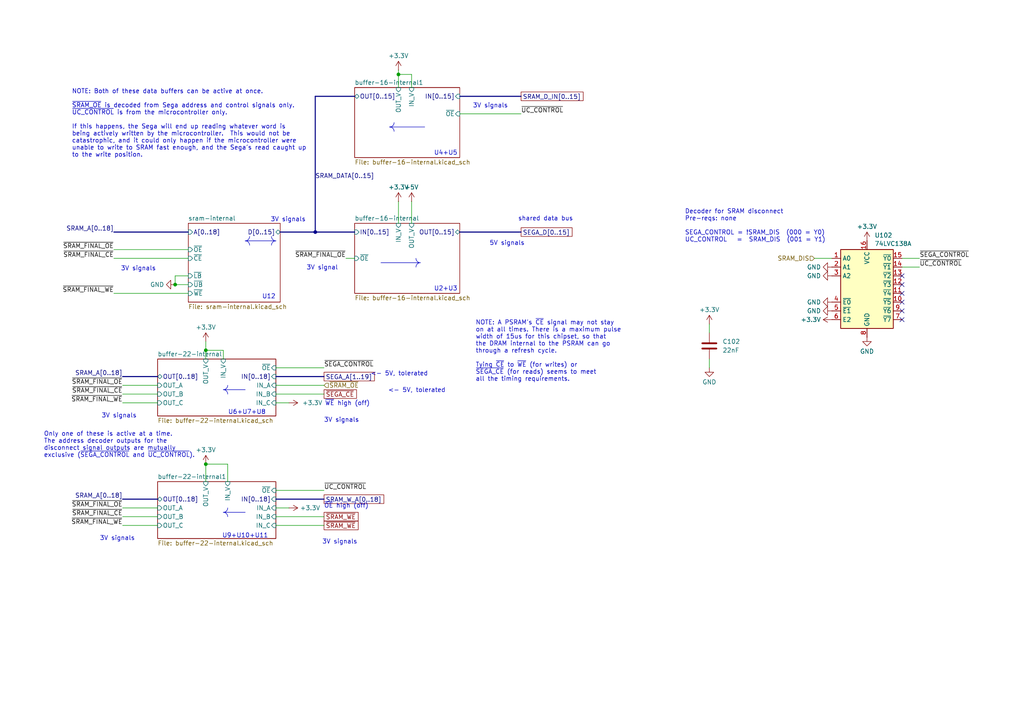
<source format=kicad_sch>
(kicad_sch (version 20250114) (generator "eeschema") (generator_version "9.0")
  (paper "A4")
  (title_block (title "Kinetoscope SRAM Bank Internal"))
  (lib_symbols
    (symbol "74xx:74HC138"
      (property "Reference" "U" (at -7.62 13.97 0))
      (property "Value" "74HC138" (at 2.54 -11.43 0))
      (symbol "74HC138_0_1"
        (rectangle (start -7.62 12.7) (end 7.62 -10.16) (stroke (width 0.254)) (fill (type background)))
      )
      (symbol "74HC138_1_1"
        (pin input line (at -10.16 10.16 0) (length 2.54) (name "A0") (number "1"))
        (pin input line (at -10.16 7.62 0) (length 2.54) (name "A1") (number "2"))
        (pin input line (at -10.16 5.08 0) (length 2.54) (name "A2") (number "3"))
        (pin input line (at -10.16 -2.54 0) (length 2.54) (name "~{E0}") (number "4"))
        (pin input line (at -10.16 -5.08 0) (length 2.54) (name "~{E1}") (number "5"))
        (pin input line (at -10.16 -7.62 0) (length 2.54) (name "E2") (number "6"))
        (pin power_in line (at 0 15.24 270) (length 2.54) (name "VCC") (number "16"))
        (pin power_in line (at 0 -12.7 90) (length 2.54) (name "GND") (number "8"))
        (pin output line (at 10.16 10.16 180) (length 2.54) (name "~{Y0}") (number "15"))
        (pin output line (at 10.16 7.62 180) (length 2.54) (name "~{Y1}") (number "14"))
        (pin output line (at 10.16 5.08 180) (length 2.54) (name "~{Y2}") (number "13"))
        (pin output line (at 10.16 2.54 180) (length 2.54) (name "~{Y3}") (number "12"))
        (pin output line (at 10.16 0 180) (length 2.54) (name "~{Y4}") (number "11"))
        (pin output line (at 10.16 -2.54 180) (length 2.54) (name "~{Y5}") (number "10"))
        (pin output line (at 10.16 -5.08 180) (length 2.54) (name "~{Y6}") (number "9"))
        (pin output line (at 10.16 -7.62 180) (length 2.54) (name "~{Y7}") (number "7"))
      )
    )
    (symbol "Device:C" (pin_numbers (hide yes)) (pin_names (offset 0.254))
      (property "Reference" "C" (at 0.635 2.54 0))
      (property "Value" "C" (at 0.635 -2.54 0))
      (symbol "C_0_1"
        (polyline (pts (xy -2.032 0.762) (xy 2.032 0.762)) (stroke (width 0.508)))
        (polyline (pts (xy -2.032 -0.762) (xy 2.032 -0.762)) (stroke (width 0.508)))
      )
      (symbol "C_1_1"
        (pin passive line (at 0 3.81 270) (length 2.794) (name "~") (number "1"))
        (pin passive line (at 0 -3.81 90) (length 2.794) (name "~") (number "2"))
      )
    )
    (symbol "power:+3.3V" (power) (pin_numbers (hide yes)) (pin_names (offset 0) (hide yes))
      (property "Value" "+3.3V" (at 0 3.556 0))
      (symbol "+3.3V_0_1"
        (polyline (pts (xy -0.762 1.27) (xy 0 2.54)))
        (polyline (pts (xy 0 2.54) (xy 0.762 1.27)))
        (polyline (pts (xy 0 0) (xy 0 2.54)))
      )
      (symbol "+3.3V_1_1"
        (pin power_in line (at 0 0 90) (length 0) (name "~") (number "1"))
      )
    )
    (symbol "power:+5V" (power) (pin_numbers (hide yes)) (pin_names (offset 0) (hide yes))
      (property "Value" "+5V" (at 0 3.556 0))
      (symbol "+5V_0_1"
        (polyline (pts (xy -0.762 1.27) (xy 0 2.54)))
        (polyline (pts (xy 0 2.54) (xy 0.762 1.27)))
        (polyline (pts (xy 0 0) (xy 0 2.54)))
      )
      (symbol "+5V_1_1"
        (pin power_in line (at 0 0 90) (length 0) (name "~") (number "1"))
      )
    )
    (symbol "power:GND" (power) (pin_numbers (hide yes)) (pin_names (offset 0) (hide yes))
      (property "Value" "GND" (at 0 -3.81 0))
      (symbol "GND_0_1"
        (polyline (pts (xy 0 0) (xy 0 -1.27) (xy 1.27 -1.27) (xy 0 -2.54) (xy -1.27 -1.27) (xy 0 -1.27)))
      )
      (symbol "GND_1_1"
        (pin power_in line (at 0 0 270) (length 0) (name "~") (number "1"))
      )
    )
  )
  (arc (start 121.92 76.2) (mid 121.022 75.828) (end 120.65 74.93))
  (arc (start 120.65 77.47) (mid 121.022 76.572) (end 121.92 76.2))
  (arc (start 78.74 71.12) (mid 79.112 70.222) (end 80.01 69.85))
  (arc (start 72.39 68.58) (mid 72.018 69.478) (end 71.12 69.85))
  (arc (start 113.03 36.83) (mid 113.928 37.202) (end 114.3 38.1))
  (arc (start 66.04 111.76) (mid 65.668 112.658) (end 64.77 113.03))
  (arc (start 114.3 35.56) (mid 113.928 36.458) (end 113.03 36.83))
  (arc (start 80.01 69.85) (mid 79.112 69.478) (end 78.74 68.58))
  (arc (start 66.04 147.32) (mid 65.668 148.218) (end 64.77 148.59))
  (arc (start 64.77 148.59) (mid 65.668 148.962) (end 66.04 149.86))
  (arc (start 64.77 113.03) (mid 65.668 113.402) (end 66.04 114.3))
  (arc (start 71.12 69.85) (mid 72.018 70.222) (end 72.39 71.12))
  (text "5V signals" (at 147.066 70.612 0) (effects (font (size 1.27 1.27))))
  (text "U6+U7+U8" (at 71.628 119.634 0) (effects (font (size 1.27 1.27))))
  (text "3V signals" (at 34.544 120.65 0) (effects (font (size 1.27 1.27))))
  (text "U9+U10+U11" (at 71.12 155.448 0) (effects (font (size 1.27 1.27))))
  (text "<- 5V, tolerated" (at 115.824 108.458 0) (effects (font (size 1.27 1.27))))
  (text "U4+U5" (at 129.286 44.45 0) (effects (font (size 1.27 1.27))))
  (text "<- 5V, tolerated" (at 120.904 113.284 0) (effects (font (size 1.27 1.27))))
  (text "3V signals" (at 40.132 77.978 0) (effects (font (size 1.27 1.27))))
  (text "U12" (at 77.978 86.106 0) (effects (font (size 1.27 1.27))))
  (text "shared data bus" (at 158.242 63.5 0) (effects (font (size 1.27 1.27))))
  (text "3V signal" (at 93.472 77.724 0) (effects (font (size 1.27 1.27))))
  (text "Decoder for SRAM disconnect\nPre-reqs: none\n\nSEGA_CONTROL = !SRAM_DIS  (000 = Y0)\nUC_CONTROL   =  SRAM_DIS  (001 = Y1)" (at 198.628 65.532 0) (effects (font (size 1.27 1.27)) (justify left)))
  (text "3V signals" (at 142.24 30.734 0) (effects (font (size 1.27 1.27))))
  (text "NOTE: A PSRAM's ~{CE} signal may not stay\non at all times. There is a maximum pulse\nwidth of 15us for this chipset, so that\nthe DRAM internal to the PSRAM can go\nthrough a refresh cycle.\n\nTying ~{CE} to ~{WE} (for writes) or\n~{SEGA_CE} (for reads) seems to meet\nall the timing requirements." (at 137.922 101.854 0) (effects (font (size 1.27 1.27)) (justify left)))
  (text "~{OE} high (off)" (at 93.98 146.812 0) (effects (font (size 1.27 1.27)) (justify left)))
  (text "3V signals" (at 83.566 63.754 0) (effects (font (size 1.27 1.27))))
  (text "3V signals" (at 98.552 157.226 0) (effects (font (size 1.27 1.27))))
  (text "U2+U3" (at 129.286 83.82 0) (effects (font (size 1.27 1.27))))
  (text "3V signals" (at 34.036 156.21 0) (effects (font (size 1.27 1.27))))
  (text "Only one of these is active at a time.\nThe address decoder outputs for the\ndisconnect signal outputs are mutually\nexclusive (~{SEGA_CONTROL} and ~{UC_CONTROL})." (at 12.7 129.032 0) (effects (font (size 1.27 1.27)) (justify left)))
  (text "3V signals" (at 99.06 121.92 0) (effects (font (size 1.27 1.27))))
  (text "~{WE} high (off)" (at 94.234 117.094 0) (effects (font (size 1.27 1.27)) (justify left)))
  (text "NOTE: Both of these data buffers can be active at once.\n\n~{SRAM_OE} is decoded from Sega address and control signals only.\n~{UC_CONTROL} is from the microcontroller only.\n\nIf this happens, the Sega will end up reading whatever word is\nbeing actively written by the microcontroller.  This would not be\ncatastrophic, and it could only happen if the microcontroller were\nunable to write to SRAM fast enough, and the Sega's read caught up\nto the write position." (at 20.828 35.814 0) (effects (font (size 1.27 1.27) (thickness 0.1588)) (justify left)))
  (junction (at 115.57 21.59))
  (junction (at 59.69 101.6))
  (junction (at 59.69 134.62))
  (junction (at 91.44 67.31))
  (junction (at 50.8 82.55))
  (no_connect (at 261.62 90.17))
  (no_connect (at 261.62 82.55))
  (no_connect (at 261.62 87.63))
  (no_connect (at 261.62 85.09))
  (no_connect (at 261.62 80.01))
  (no_connect (at 261.62 92.71))
  (wire (pts (xy 80.01 111.76) (xy 93.98 111.76)))
  (bus (pts (xy 133.35 27.94) (xy 151.13 27.94)))
  (wire (pts (xy 33.02 85.09) (xy 54.61 85.09)))
  (wire (pts (xy 64.77 104.14) (xy 64.77 101.6)))
  (wire (pts (xy 59.69 101.6) (xy 59.69 104.14)))
  (bus (pts (xy 80.01 109.22) (xy 93.98 109.22)))
  (polyline (pts (xy 64.77 148.59) (xy 71.12 148.59)))
  (wire (pts (xy 261.62 77.47) (xy 266.7 77.47)))
  (polyline (pts (xy 110.49 76.2) (xy 121.92 76.2)))
  (wire (pts (xy 80.01 116.84) (xy 83.82 116.84)))
  (polyline (pts (xy 64.77 113.03) (xy 71.12 113.03)))
  (wire (pts (xy 64.77 101.6) (xy 59.69 101.6)))
  (wire (pts (xy 66.04 139.7) (xy 66.04 134.62)))
  (bus (pts (xy 91.44 27.94) (xy 102.87 27.94)))
  (wire (pts (xy 66.04 134.62) (xy 59.69 134.62)))
  (wire (pts (xy 100.33 74.93) (xy 102.87 74.93)))
  (wire (pts (xy 119.38 21.59) (xy 119.38 25.4)))
  (wire (pts (xy 236.22 74.93) (xy 241.3 74.93)))
  (wire (pts (xy 261.62 74.93) (xy 266.7 74.93)))
  (bus (pts (xy 33.02 67.31) (xy 54.61 67.31)))
  (wire (pts (xy 115.57 21.59) (xy 119.38 21.59)))
  (wire (pts (xy 59.69 99.06) (xy 59.69 101.6)))
  (wire (pts (xy 205.74 93.98) (xy 205.74 96.52)))
  (wire (pts (xy 80.01 149.86) (xy 93.98 149.86)))
  (bus (pts (xy 102.87 67.31) (xy 91.44 67.31)))
  (wire (pts (xy 35.56 114.3) (xy 45.72 114.3)))
  (wire (pts (xy 33.02 74.93) (xy 54.61 74.93)))
  (wire (pts (xy 35.56 152.4) (xy 45.72 152.4)))
  (wire (pts (xy 80.01 147.32) (xy 83.82 147.32)))
  (bus (pts (xy 81.28 67.31) (xy 91.44 67.31)))
  (wire (pts (xy 35.56 116.84) (xy 45.72 116.84)))
  (wire (pts (xy 54.61 80.01) (xy 50.8 80.01)))
  (bus (pts (xy 133.35 67.31) (xy 151.13 67.31)))
  (wire (pts (xy 115.57 20.32) (xy 115.57 21.59)))
  (bus (pts (xy 35.56 109.22) (xy 45.72 109.22)))
  (polyline (pts (xy 113.03 36.83) (xy 123.19 36.83)))
  (bus (pts (xy 35.56 144.78) (xy 45.72 144.78)))
  (wire (pts (xy 205.74 104.14) (xy 205.74 106.68)))
  (wire (pts (xy 35.56 111.76) (xy 45.72 111.76)))
  (polyline (pts (xy 71.12 69.85) (xy 80.01 69.85)))
  (wire (pts (xy 115.57 58.42) (xy 115.57 64.77)))
  (wire (pts (xy 50.8 80.01) (xy 50.8 82.55)))
  (wire (pts (xy 93.98 106.68) (xy 80.01 106.68)))
  (bus (pts (xy 80.01 144.78) (xy 93.98 144.78)))
  (wire (pts (xy 133.35 33.02) (xy 151.13 33.02)))
  (wire (pts (xy 35.56 149.86) (xy 45.72 149.86)))
  (wire (pts (xy 35.56 147.32) (xy 45.72 147.32)))
  (wire (pts (xy 59.69 134.62) (xy 59.69 139.7)))
  (wire (pts (xy 80.01 142.24) (xy 93.98 142.24)))
  (wire (pts (xy 80.01 152.4) (xy 93.98 152.4)))
  (bus (pts (xy 91.44 67.31) (xy 91.44 27.94)))
  (wire (pts (xy 115.57 21.59) (xy 115.57 25.4)))
  (wire (pts (xy 119.38 58.42) (xy 119.38 64.77)))
  (wire (pts (xy 33.02 72.39) (xy 54.61 72.39)))
  (wire (pts (xy 50.8 82.55) (xy 54.61 82.55)))
  (wire (pts (xy 80.01 114.3) (xy 93.98 114.3)))
  (label "~{UC_CONTROL}" (at 93.98 142.24 0))
  (label "~{SRAM_FINAL_WE}" (at 33.02 85.09 180))
  (label "SRAM_A[0..18]" (at 33.02 67.31 180))
  (label "~{UC_CONTROL}" (at 266.7 77.47 0))
  (label "~{UC_CONTROL}" (at 151.13 33.02 0))
  (label "SRAM_A[0..18]" (at 35.56 144.78 180))
  (label "~{SRAM_FINAL_WE}" (at 35.56 116.84 180))
  (label "~{SRAM_FINAL_OE}" (at 35.56 147.32 180))
  (label "~{SRAM_FINAL_OE}" (at 100.33 74.93 180))
  (label "~{SRAM_FINAL_OE}" (at 33.02 72.39 180))
  (label "~{SRAM_FINAL_CE}" (at 35.56 114.3 180))
  (label "SRAM_A[0..18]" (at 35.56 109.22 180))
  (label "SRAM_DATA[0..15]" (at 91.44 52.07 0))
  (label "~{SRAM_FINAL_OE}" (at 35.56 111.76 180))
  (label "~{SRAM_FINAL_CE}" (at 33.02 74.93 180))
  (label "~{SEGA_CONTROL}" (at 93.98 106.68 0))
  (label "~{SEGA_CONTROL}" (at 266.7 74.93 0))
  (label "~{SRAM_FINAL_WE}" (at 35.56 152.4 180))
  (label "~{SRAM_FINAL_CE}" (at 35.56 149.86 180))
  (global_label "~{SEGA_CE}" (shape passive) (at 93.98 114.3 0) (property "Intersheetrefs" "${INTERSHEET_REFS}" (effects (hide yes))))
  (global_label "SEGA_D[0..15]" (shape passive) (at 151.13 67.31 0) (property "Intersheetrefs" "${INTERSHEET_REFS}" (effects (hide yes))))
  (global_label "SRAM_W_A[0..18]" (shape passive) (at 93.98 144.78 0) (property "Intersheetrefs" "${INTERSHEET_REFS}" (effects (hide yes))))
  (global_label "SRAM_D_IN[0..15]" (shape passive) (at 151.13 27.94 0) (property "Intersheetrefs" "${INTERSHEET_REFS}" (effects (hide yes))))
  (global_label "~{SRAM_WE}" (shape passive) (at 93.98 149.86 0) (property "Intersheetrefs" "${INTERSHEET_REFS}" (effects (hide yes))))
  (global_label "~{SRAM_WE}" (shape passive) (at 93.98 152.4 0) (property "Intersheetrefs" "${INTERSHEET_REFS}" (effects (hide yes))))
  (global_label "SEGA_A[1..19]" (shape passive) (at 93.98 109.22 0) (property "Intersheetrefs" "${INTERSHEET_REFS}" (effects (hide yes))))
  (hierarchical_label "SRAM_DIS" (shape input) (at 236.22 74.93 180))
  (hierarchical_label "~{SRAM_OE}" (shape input) (at 93.98 111.76 0))
  (symbol (lib_id "Device:C") (at 205.74 100.33 0) (unit 1)
    (property "Reference" "C102" (at 209.55 99.0599 0) (effects (justify left)))
    (property "Value" "22nF" (at 209.55 101.5999 0) (effects (justify left)))
    (property "Footprint" "Capacitor_SMD:C_0603_1608Metric" (effects (hide yes)))
    (property "Datasheet" "https://www.mouser.com/datasheet/2/447/KEM_C1002_X7R_SMD-3316098.pdf" (effects (hide yes)))
    (property "Description" "Unpolarized capacitor" (effects (hide yes)))
    (property "JLCPCB Part Number" "CL10B223KB8NNNC" (effects (hide yes)))
    (property "Mouser Part Number" "80-C0603C223K4R" (effects (hide yes)))
    (property "Part Number" "C0603C223K4RACTU" (effects (hide yes)))
    (instances (project "sram-bank" (path "" (reference "C102") (unit 1))) (project "" (path "" (reference "C102") (unit 1)) (path "" (reference "C201") (unit 1))))
  )
  (symbol (lib_id "power:+3.3V") (at 115.57 20.32 0) (unit 1)
    (property "Reference" "#PWR0122" (effects (hide yes)))
    (property "Value" "+3.3V" (at 115.57 16.1869 0))
    (property "Description" "Power symbol creates a global label with name \"+3.3V\"" (effects (hide yes)))
    (instances (project "sram-bank" (path "" (reference "#PWR0122") (unit 1))) (project "" (path "" (reference "#PWR0119") (unit 1)) (path "" (reference "#PWR0206") (unit 1))))
  )
  (symbol (lib_id "power:+5V") (at 119.38 58.42 0) (unit 1)
    (property "Reference" "#PWR0124" (effects (hide yes)))
    (property "Value" "+5V" (at 119.38 54.2869 0))
    (property "Description" "Power symbol creates a global label with name \"+5V\"" (effects (hide yes)))
    (instances (project "sram-bank" (path "" (reference "#PWR0124") (unit 1))) (project "" (path "" (reference "#PWR0121") (unit 1)) (path "" (reference "#PWR0208") (unit 1))))
  )
  (symbol (lib_id "power:+3.3V") (at 83.82 116.84 270) (unit 1)
    (property "Reference" "#PWR0120" (effects (hide yes)))
    (property "Value" "+3.3V" (at 87.63 116.8399 90) (effects (justify left)))
    (property "Description" "Power symbol creates a global label with name \"+3.3V\"" (effects (hide yes)))
    (instances (project "sram-bank" (path "" (reference "#PWR0120") (unit 1))) (project "" (path "" (reference "#PWR0117") (unit 1)) (path "" (reference "#PWR0204") (unit 1))))
  )
  (symbol (lib_id "power:+3.3V") (at 205.74 93.98 0) (unit 1)
    (property "Reference" "#PWR0125" (effects (hide yes)))
    (property "Value" "+3.3V" (at 205.74 89.8469 0))
    (property "Description" "Power symbol creates a global label with name \"+3.3V\"" (effects (hide yes)))
    (instances (project "sram-bank" (path "" (reference "#PWR0125") (unit 1))) (project "" (path "" (reference "#PWR0122") (unit 1)) (path "" (reference "#PWR0209") (unit 1))))
  )
  (symbol (lib_id "power:GND") (at 241.3 80.01 270) (unit 1)
    (property "Reference" "#PWR0128" (effects (hide yes)))
    (property "Value" "GND" (at 238.1251 80.01 90) (effects (justify right)))
    (property "Description" "Power symbol creates a global label with name \"GND\" , ground" (effects (hide yes)))
    (instances (project "sram-bank" (path "" (reference "#PWR0128") (unit 1))) (project "" (path "" (reference "#PWR0125") (unit 1)) (path "" (reference "#PWR0212") (unit 1))))
  )
  (symbol (lib_id "power:+3.3V") (at 241.3 92.71 90) (unit 1)
    (property "Reference" "#PWR0131" (effects (hide yes)))
    (property "Value" "+3.3V" (at 238.125 92.71 90) (effects (justify left)))
    (property "Description" "Power symbol creates a global label with name \"+3.3V\"" (effects (hide yes)))
    (instances (project "sram-bank" (path "" (reference "#PWR0131") (unit 1))) (project "" (path "" (reference "#PWR0128") (unit 1)) (path "" (reference "#PWR0215") (unit 1))))
  )
  (symbol (lib_id "power:+3.3V") (at 115.57 58.42 0) (unit 1)
    (property "Reference" "#PWR0123" (effects (hide yes)))
    (property "Value" "+3.3V" (at 115.57 54.2869 0))
    (property "Description" "Power symbol creates a global label with name \"+3.3V\"" (effects (hide yes)))
    (instances (project "sram-bank" (path "" (reference "#PWR0123") (unit 1))) (project "" (path "" (reference "#PWR0120") (unit 1)) (path "" (reference "#PWR0207") (unit 1))))
  )
  (symbol (lib_id "power:GND") (at 50.8 82.55 270) (unit 1)
    (property "Reference" "#PWR0117" (effects (hide yes)))
    (property "Value" "GND" (at 47.6251 82.55 90) (effects (justify right)))
    (property "Description" "Power symbol creates a global label with name \"GND\" , ground" (effects (hide yes)))
    (instances (project "sram-bank" (path "" (reference "#PWR0117") (unit 1))) (project "" (path "" (reference "#PWR0111") (unit 1)) (path "" (reference "#PWR0201") (unit 1))))
  )
  (symbol (lib_id "power:GND") (at 241.3 90.17 270) (unit 1)
    (property "Reference" "#PWR0130" (effects (hide yes)))
    (property "Value" "GND" (at 238.1251 90.17 90) (effects (justify right)))
    (property "Description" "Power symbol creates a global label with name \"GND\" , ground" (effects (hide yes)))
    (instances (project "sram-bank" (path "" (reference "#PWR0130") (unit 1))) (project "" (path "" (reference "#PWR0127") (unit 1)) (path "" (reference "#PWR0214") (unit 1))))
  )
  (symbol (lib_id "74xx:74HC138") (at 251.46 85.09 0) (unit 1)
    (property "Reference" "U102" (at 253.6541 68.2455 0) (effects (justify left)))
    (property "Value" "74LVC138A" (at 253.6541 70.6698 0) (effects (justify left)))
    (property "Footprint" "Package_SO:TSSOP-16_4.4x5mm_P0.65mm" (effects (hide yes)))
    (property "Datasheet" "https://www.mouser.com/datasheet/2/916/74LVC138A-2937328.pdf" (effects (hide yes)))
    (property "Description" "3-to-8 line decoder/multiplexer inverting, DIP-16/SOIC-16/SSOP-16" (effects (hide yes)))
    (property "JLCPCB Part Number" "C6062" (effects (hide yes)))
    (property "Mouser Part Number" "771-74LVC138APW-T" (effects (hide yes)))
    (property "Part Number" "74LVC138APW,118" (effects (hide yes)))
    (instances (project "sram-bank" (path "" (reference "U102") (unit 1))) (project "" (path "" (reference "U102") (unit 1)) (path "" (reference "U201") (unit 1))))
  )
  (symbol (lib_id "power:GND") (at 241.3 87.63 270) (unit 1)
    (property "Reference" "#PWR0129" (effects (hide yes)))
    (property "Value" "GND" (at 238.1251 87.63 90) (effects (justify right)))
    (property "Description" "Power symbol creates a global label with name \"GND\" , ground" (effects (hide yes)))
    (instances (project "sram-bank" (path "" (reference "#PWR0129") (unit 1))) (project "" (path "" (reference "#PWR0126") (unit 1)) (path "" (reference "#PWR0213") (unit 1))))
  )
  (symbol (lib_id "power:GND") (at 205.74 106.68 0) (unit 1)
    (property "Reference" "#PWR0126" (effects (hide yes)))
    (property "Value" "GND" (at 205.74 110.8131 0))
    (property "Description" "Power symbol creates a global label with name \"GND\" , ground" (effects (hide yes)))
    (instances (project "sram-bank" (path "" (reference "#PWR0126") (unit 1))) (project "" (path "" (reference "#PWR0123") (unit 1)) (path "" (reference "#PWR0210") (unit 1))))
  )
  (symbol (lib_id "power:+3.3V") (at 83.82 147.32 270) (unit 1)
    (property "Reference" "#PWR0121" (effects (hide yes)))
    (property "Value" "+3.3V" (at 86.995 147.32 90) (effects (justify left)))
    (property "Description" "Power symbol creates a global label with name \"+3.3V\"" (effects (hide yes)))
    (instances (project "sram-bank" (path "" (reference "#PWR0121") (unit 1))) (project "" (path "" (reference "#PWR0118") (unit 1)) (path "" (reference "#PWR0205") (unit 1))))
  )
  (symbol (lib_id "power:GND") (at 251.46 97.79 0) (unit 1)
    (property "Reference" "#PWR0133" (effects (hide yes)))
    (property "Value" "GND" (at 251.46 101.9231 0))
    (property "Description" "Power symbol creates a global label with name \"GND\" , ground" (effects (hide yes)))
    (instances (project "sram-bank" (path "" (reference "#PWR0133") (unit 1))) (project "" (path "" (reference "#PWR0130") (unit 1)) (path "" (reference "#PWR0217") (unit 1))))
  )
  (symbol (lib_id "power:+3.3V") (at 59.69 99.06 0) (unit 1)
    (property "Reference" "#PWR0118" (effects (hide yes)))
    (property "Value" "+3.3V" (at 59.69 94.9269 0))
    (property "Description" "Power symbol creates a global label with name \"+3.3V\"" (effects (hide yes)))
    (instances (project "sram-bank" (path "" (reference "#PWR0118") (unit 1))) (project "" (path "" (reference "#PWR0112") (unit 1)) (path "" (reference "#PWR0202") (unit 1))))
  )
  (symbol (lib_id "power:GND") (at 241.3 77.47 270) (unit 1)
    (property "Reference" "#PWR0127" (effects (hide yes)))
    (property "Value" "GND" (at 238.1251 77.47 90) (effects (justify right)))
    (property "Description" "Power symbol creates a global label with name \"GND\" , ground" (effects (hide yes)))
    (instances (project "sram-bank" (path "" (reference "#PWR0127") (unit 1))) (project "" (path "" (reference "#PWR0124") (unit 1)) (path "" (reference "#PWR0211") (unit 1))))
  )
  (symbol (lib_id "power:+3.3V") (at 59.69 134.62 0) (unit 1)
    (property "Reference" "#PWR0119" (effects (hide yes)))
    (property "Value" "+3.3V" (at 59.69 130.4869 0))
    (property "Description" "Power symbol creates a global label with name \"+3.3V\"" (effects (hide yes)))
    (instances (project "sram-bank" (path "" (reference "#PWR0119") (unit 1))) (project "" (path "" (reference "#PWR0113") (unit 1)) (path "" (reference "#PWR0203") (unit 1))))
  )
  (symbol (lib_id "power:+3.3V") (at 251.46 69.85 0) (unit 1)
    (property "Reference" "#PWR0132" (effects (hide yes)))
    (property "Value" "+3.3V" (at 251.46 65.7169 0))
    (property "Description" "Power symbol creates a global label with name \"+3.3V\"" (effects (hide yes)))
    (instances (project "sram-bank" (path "" (reference "#PWR0132") (unit 1))) (project "" (path "" (reference "#PWR0129") (unit 1)) (path "" (reference "#PWR0216") (unit 1))))
  )
  (sheet (at 102.87 25.4) (size 30.48 20.32) (stroke (width 0.1524))
    (property "Sheetname" "buffer-16-internal1" (at 102.87 24.6884 0) (effects (justify left bottom)))
    (property "Sheetfile" "buffer-16-internal.kicad_sch" (at 102.87 46.3046 0) (effects (justify left top)))
    (pin "IN[0..15]" input (at 133.35 27.94 0))
    (pin "~{OE}" input (at 133.35 33.02 0))
    (pin "OUT[0..15]" tri_state (at 102.87 27.94 180))
    (pin "IN_V" input (at 119.38 25.4 90))
    (pin "OUT_V" input (at 115.57 25.4 90))
  )
  (sheet (at 45.72 139.7) (size 34.29 16.51) (stroke (width 0.1524))
    (property "Sheetname" "buffer-22-internal1" (at 45.72 138.9884 0) (effects (justify left bottom)))
    (property "Sheetfile" "buffer-22-internal.kicad_sch" (at 45.72 156.7946 0) (effects (justify left top)))
    (pin "IN_A" input (at 80.01 147.32 0))
    (pin "IN_C" input (at 80.01 152.4 0))
    (pin "IN_B" input (at 80.01 149.86 0))
    (pin "OUT_B" input (at 45.72 149.86 180))
    (pin "OUT_A" input (at 45.72 147.32 180))
    (pin "OUT_C" input (at 45.72 152.4 180))
    (pin "IN[0..18]" input (at 80.01 144.78 0))
    (pin "~{OE}" input (at 80.01 142.24 0))
    (pin "OUT[0..18]" tri_state (at 45.72 144.78 180))
    (pin "IN_V" input (at 66.04 139.7 90))
    (pin "OUT_V" input (at 59.69 139.7 90))
  )
  (sheet (at 54.61 64.77) (size 26.67 22.86) (stroke (width 0.1524))
    (property "Sheetname" "sram-internal" (at 54.61 64.0584 0) (effects (justify left bottom)))
    (property "Sheetfile" "sram-internal.kicad_sch" (at 54.61 88.2146 0) (effects (justify left top)))
    (pin "A[0..18]" input (at 54.61 67.31 180))
    (pin "~{OE}" input (at 54.61 72.39 180))
    (pin "~{CE}" input (at 54.61 74.93 180))
    (pin "~{LB}" input (at 54.61 80.01 180))
    (pin "~{UB}" input (at 54.61 82.55 180))
    (pin "~{WE}" input (at 54.61 85.09 180))
    (pin "D[0..15]" bidirectional (at 81.28 67.31 0))
  )
  (sheet (at 45.72 104.14) (size 34.29 16.51) (stroke (width 0.1524))
    (property "Sheetname" "buffer-22-internal" (at 45.72 103.4284 0) (effects (justify left bottom)))
    (property "Sheetfile" "buffer-22-internal.kicad_sch" (at 45.72 121.2346 0) (effects (justify left top)))
    (pin "IN_A" input (at 80.01 111.76 0))
    (pin "IN_C" input (at 80.01 116.84 0))
    (pin "IN_B" input (at 80.01 114.3 0))
    (pin "OUT_B" input (at 45.72 114.3 180))
    (pin "OUT_A" input (at 45.72 111.76 180))
    (pin "OUT_C" input (at 45.72 116.84 180))
    (pin "IN[0..18]" input (at 80.01 109.22 0))
    (pin "~{OE}" input (at 80.01 106.68 0))
    (pin "OUT[0..18]" tri_state (at 45.72 109.22 180))
    (pin "IN_V" input (at 64.77 104.14 90))
    (pin "OUT_V" input (at 59.69 104.14 90))
  )
  (sheet (at 102.87 64.77) (size 30.48 20.32) (stroke (width 0.1524))
    (property "Sheetname" "buffer-16-internal" (at 102.87 64.0584 0) (effects (justify left bottom)))
    (property "Sheetfile" "buffer-16-internal.kicad_sch" (at 102.87 85.6746 0) (effects (justify left top)))
    (pin "IN[0..15]" input (at 102.87 67.31 180))
    (pin "~{OE}" input (at 102.87 74.93 180))
    (pin "OUT[0..15]" tri_state (at 133.35 67.31 0))
    (pin "IN_V" input (at 115.57 64.77 90))
    (pin "OUT_V" input (at 119.38 64.77 90))
  )
)
</source>
